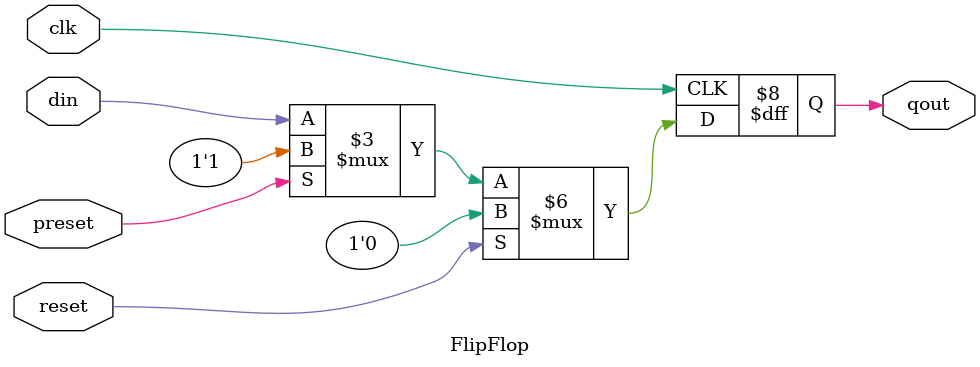
<source format=v>
`timescale 1ns/100ps
module FlipFlop(preset, reset, din, clk, qout);
	input preset, reset, din, clk;
	output qout;
	reg qout;
	always @(posedge clk) begin
		if(reset) qout <= #7 0;
		else if(preset) qout <= #7 1;
		else
			qout <= #8 din;
	end
endmodule

</source>
